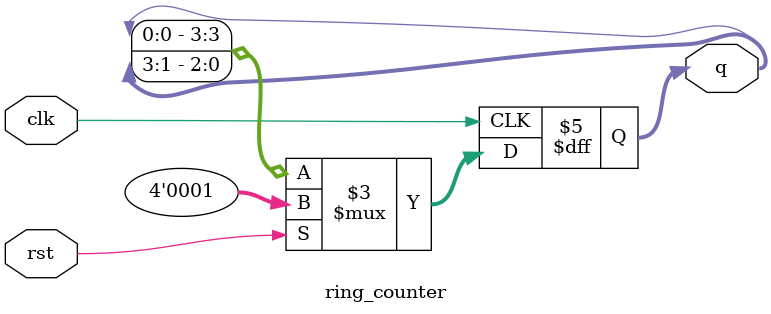
<source format=v>
`timescale 1ns / 1ps
module ring_counter(clk,rst,q);
input clk,rst;
output reg [3:0]q;
always@(posedge clk)begin
if(rst)
q<=4'b0001;
else
q<={q[0],q[3:1]};
end
endmodule

</source>
